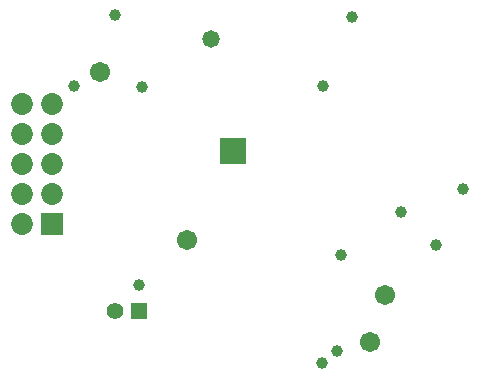
<source format=gbs>
G04*
G04 #@! TF.GenerationSoftware,Altium Limited,Altium Designer,23.4.1 (23)*
G04*
G04 Layer_Color=16711935*
%FSLAX44Y44*%
%MOMM*%
G71*
G04*
G04 #@! TF.SameCoordinates,578947FD-33E4-429F-A021-2FF82048D882*
G04*
G04*
G04 #@! TF.FilePolarity,Negative*
G04*
G01*
G75*
%ADD34C,1.7032*%
%ADD35R,1.4032X1.4032*%
%ADD36C,1.4032*%
%ADD37C,1.8532*%
%ADD38R,1.8532X1.8532*%
%ADD39C,1.0032*%
%ADD40C,1.4732*%
%ADD51R,2.2032X2.2032*%
D34*
X345440Y90703D02*
D03*
X104140Y279400D02*
D03*
X177800Y137160D02*
D03*
X332740Y50800D02*
D03*
D35*
X137000Y77100D02*
D03*
D36*
X117000D02*
D03*
D37*
X38620Y175820D02*
D03*
X64020D02*
D03*
X38620Y150420D02*
D03*
X64020Y201220D02*
D03*
X38620D02*
D03*
X64020Y226620D02*
D03*
Y252020D02*
D03*
X38620Y226620D02*
D03*
Y252020D02*
D03*
D38*
X64020Y150420D02*
D03*
D39*
X411480Y180340D02*
D03*
X388620Y133350D02*
D03*
X359410Y161290D02*
D03*
X293370Y267970D02*
D03*
X317500Y326390D02*
D03*
X116840Y327660D02*
D03*
X139700Y266700D02*
D03*
X82550Y267970D02*
D03*
X137160Y99060D02*
D03*
X308610Y124460D02*
D03*
X304800Y43180D02*
D03*
X292100Y33020D02*
D03*
D40*
X198120Y307340D02*
D03*
X217163Y212800D02*
D03*
D51*
D03*
M02*

</source>
